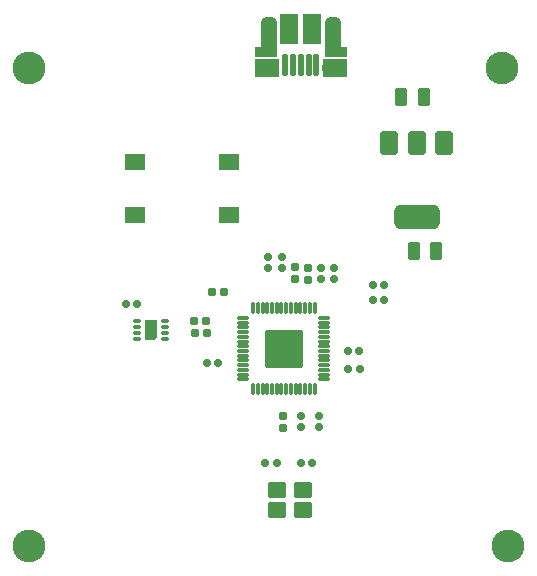
<source format=gts>
G04 #@! TF.GenerationSoftware,KiCad,Pcbnew,8.0.5*
G04 #@! TF.CreationDate,2024-09-17T16:22:35-07:00*
G04 #@! TF.ProjectId,RP2040_PCB,52503230-3430-45f5-9043-422e6b696361,rev?*
G04 #@! TF.SameCoordinates,Original*
G04 #@! TF.FileFunction,Soldermask,Top*
G04 #@! TF.FilePolarity,Negative*
%FSLAX46Y46*%
G04 Gerber Fmt 4.6, Leading zero omitted, Abs format (unit mm)*
G04 Created by KiCad (PCBNEW 8.0.5) date 2024-09-17 16:22:35*
%MOMM*%
%LPD*%
G01*
G04 APERTURE LIST*
G04 Aperture macros list*
%AMRoundRect*
0 Rectangle with rounded corners*
0 $1 Rounding radius*
0 $2 $3 $4 $5 $6 $7 $8 $9 X,Y pos of 4 corners*
0 Add a 4 corners polygon primitive as box body*
4,1,4,$2,$3,$4,$5,$6,$7,$8,$9,$2,$3,0*
0 Add four circle primitives for the rounded corners*
1,1,$1+$1,$2,$3*
1,1,$1+$1,$4,$5*
1,1,$1+$1,$6,$7*
1,1,$1+$1,$8,$9*
0 Add four rect primitives between the rounded corners*
20,1,$1+$1,$2,$3,$4,$5,0*
20,1,$1+$1,$4,$5,$6,$7,0*
20,1,$1+$1,$6,$7,$8,$9,0*
20,1,$1+$1,$8,$9,$2,$3,0*%
%AMFreePoly0*
4,1,14,0.526870,0.876870,0.538000,0.850000,0.538000,-0.850000,0.526870,-0.876870,0.500000,-0.888000,-0.500000,-0.888000,-0.526870,-0.876870,-0.538000,-0.850000,-0.538000,0.550000,-0.526870,0.576870,-0.226870,0.876870,-0.200000,0.888000,0.500000,0.888000,0.526870,0.876870,0.526870,0.876870,$1*%
G04 Aperture macros list end*
%ADD10C,2.776000*%
%ADD11RoundRect,0.154000X-0.204000X0.154000X-0.204000X-0.154000X0.204000X-0.154000X0.204000X0.154000X0*%
%ADD12RoundRect,0.269000X-0.269000X-0.494000X0.269000X-0.494000X0.269000X0.494000X-0.269000X0.494000X0*%
%ADD13RoundRect,0.159000X0.159000X0.189000X-0.159000X0.189000X-0.159000X-0.189000X0.159000X-0.189000X0*%
%ADD14RoundRect,0.159000X-0.159000X-0.189000X0.159000X-0.189000X0.159000X0.189000X-0.159000X0.189000X0*%
%ADD15RoundRect,0.038000X-0.775000X-0.650000X0.775000X-0.650000X0.775000X0.650000X-0.775000X0.650000X0*%
%ADD16RoundRect,0.159000X-0.189000X0.159000X-0.189000X-0.159000X0.189000X-0.159000X0.189000X0.159000X0*%
%ADD17RoundRect,0.159000X0.189000X-0.159000X0.189000X0.159000X-0.189000X0.159000X-0.189000X-0.159000X0*%
%ADD18RoundRect,0.154000X0.154000X0.204000X-0.154000X0.204000X-0.154000X-0.204000X0.154000X-0.204000X0*%
%ADD19RoundRect,0.394000X-0.394000X0.644000X-0.394000X-0.644000X0.394000X-0.644000X0.394000X0.644000X0*%
%ADD20RoundRect,0.519000X-1.419000X0.519000X-1.419000X-0.519000X1.419000X-0.519000X1.419000X0.519000X0*%
%ADD21RoundRect,0.038000X0.275000X0.125000X-0.275000X0.125000X-0.275000X-0.125000X0.275000X-0.125000X0*%
%ADD22RoundRect,0.038000X-0.275000X-0.125000X0.275000X-0.125000X0.275000X0.125000X-0.275000X0.125000X0*%
%ADD23FreePoly0,180.000000*%
%ADD24RoundRect,0.069000X-0.406500X-0.069000X0.406500X-0.069000X0.406500X0.069000X-0.406500X0.069000X0*%
%ADD25RoundRect,0.069000X-0.069000X-0.406500X0.069000X-0.406500X0.069000X0.406500X-0.069000X0.406500X0*%
%ADD26RoundRect,0.147420X-1.490580X-1.490580X1.490580X-1.490580X1.490580X1.490580X-1.490580X1.490580X0*%
%ADD27RoundRect,0.038000X-0.200000X0.875000X-0.200000X-0.875000X0.200000X-0.875000X0.200000X0.875000X0*%
%ADD28RoundRect,0.038000X0.912500X0.350000X-0.912500X0.350000X-0.912500X-0.350000X0.912500X-0.350000X0*%
%ADD29RoundRect,0.038000X1.000000X0.730000X-1.000000X0.730000X-1.000000X-0.730000X1.000000X-0.730000X0*%
%ADD30RoundRect,0.407296X0.280704X1.255704X-0.280704X1.255704X-0.280704X-1.255704X0.280704X-1.255704X0*%
%ADD31O,1.376000X1.876000*%
%ADD32O,1.126000X1.526000*%
%ADD33RoundRect,0.038000X-0.712500X1.250000X-0.712500X-1.250000X0.712500X-1.250000X0.712500X1.250000X0*%
%ADD34RoundRect,0.038000X-0.700000X-0.600000X0.700000X-0.600000X0.700000X0.600000X-0.700000X0.600000X0*%
G04 APERTURE END LIST*
D10*
G04 #@! TO.C,H2*
X171906066Y-81211781D03*
G04 #@! TD*
D11*
G04 #@! TO.C,R5*
X155500000Y-98151781D03*
X155500000Y-99171781D03*
G04 #@! TD*
D10*
G04 #@! TO.C,H4*
X131906066Y-121711781D03*
G04 #@! TD*
D12*
G04 #@! TO.C,C4*
X164456066Y-96711781D03*
X166356066Y-96711781D03*
G04 #@! TD*
D13*
G04 #@! TO.C,C15*
X147886066Y-106211781D03*
X146926066Y-106211781D03*
G04 #@! TD*
D14*
G04 #@! TO.C,C2*
X154926066Y-114711781D03*
X155886066Y-114711781D03*
G04 #@! TD*
D15*
G04 #@! TO.C,SW2*
X140886066Y-89211781D03*
X148836066Y-89211781D03*
X140886066Y-93711781D03*
X148836066Y-93711781D03*
G04 #@! TD*
D16*
G04 #@! TO.C,C13*
X154906066Y-110701781D03*
X154906066Y-111661781D03*
G04 #@! TD*
D14*
G04 #@! TO.C,C9*
X158900000Y-105250000D03*
X159860000Y-105250000D03*
G04 #@! TD*
G04 #@! TO.C,C10*
X161000000Y-100900000D03*
X161960000Y-100900000D03*
G04 #@! TD*
D16*
G04 #@! TO.C,C6*
X156406066Y-110721781D03*
X156406066Y-111681781D03*
G04 #@! TD*
D17*
G04 #@! TO.C,C16*
X157700000Y-99131781D03*
X157700000Y-98171781D03*
G04 #@! TD*
D11*
G04 #@! TO.C,R4*
X154400000Y-98130000D03*
X154400000Y-99150000D03*
G04 #@! TD*
D14*
G04 #@! TO.C,C11*
X158926066Y-106711781D03*
X159886066Y-106711781D03*
G04 #@! TD*
D12*
G04 #@! TO.C,C3*
X163406066Y-83711781D03*
X165306066Y-83711781D03*
G04 #@! TD*
D18*
G04 #@! TO.C,R6*
X146916066Y-102711781D03*
X145896066Y-102711781D03*
G04 #@! TD*
D13*
G04 #@! TO.C,C1*
X152866066Y-114711781D03*
X151906066Y-114711781D03*
G04 #@! TD*
D14*
G04 #@! TO.C,C14*
X160990000Y-99650000D03*
X161950000Y-99650000D03*
G04 #@! TD*
D17*
G04 #@! TO.C,C8*
X156600000Y-99140000D03*
X156600000Y-98180000D03*
G04 #@! TD*
D19*
G04 #@! TO.C,U1*
X167006066Y-87561781D03*
X164706066Y-87561781D03*
D20*
X164706066Y-93861781D03*
D19*
X162406066Y-87561781D03*
G04 #@! TD*
D17*
G04 #@! TO.C,C12*
X153300000Y-98200000D03*
X153300000Y-97240000D03*
G04 #@! TD*
D13*
G04 #@! TO.C,C5*
X141030000Y-101270000D03*
X140070000Y-101270000D03*
G04 #@! TD*
D17*
G04 #@! TO.C,C7*
X152150000Y-98171781D03*
X152150000Y-97211781D03*
G04 #@! TD*
D10*
G04 #@! TO.C,H1*
X131906066Y-81211781D03*
G04 #@! TD*
D21*
G04 #@! TO.C,U4*
X143406066Y-104211781D03*
X143406066Y-103711781D03*
X143406066Y-103211781D03*
D22*
X143406066Y-102711781D03*
D21*
X141056066Y-102711781D03*
X141056066Y-103211781D03*
X141056066Y-103711781D03*
X141056066Y-104211781D03*
D23*
X142231066Y-103461781D03*
G04 #@! TD*
D24*
G04 #@! TO.C,U3*
X150031066Y-102411781D03*
X150031066Y-102811781D03*
X150031066Y-103211781D03*
X150031066Y-103611781D03*
X150031066Y-104011781D03*
X150031066Y-104411781D03*
X150031066Y-104811781D03*
X150031066Y-105211781D03*
X150031066Y-105611781D03*
X150031066Y-106011781D03*
X150031066Y-106411781D03*
X150031066Y-106811781D03*
X150031066Y-107211781D03*
X150031066Y-107611781D03*
D25*
X150868566Y-108449281D03*
X151268566Y-108449281D03*
X151668566Y-108449281D03*
X152068566Y-108449281D03*
X152468566Y-108449281D03*
X152868566Y-108449281D03*
X153268566Y-108449281D03*
X153668566Y-108449281D03*
X154068566Y-108449281D03*
X154468566Y-108449281D03*
X154868566Y-108449281D03*
X155268566Y-108449281D03*
X155668566Y-108449281D03*
X156068566Y-108449281D03*
D24*
X156906066Y-107611781D03*
X156906066Y-107211781D03*
X156906066Y-106811781D03*
X156906066Y-106411781D03*
X156906066Y-106011781D03*
X156906066Y-105611781D03*
X156906066Y-105211781D03*
X156906066Y-104811781D03*
X156906066Y-104411781D03*
X156906066Y-104011781D03*
X156906066Y-103611781D03*
X156906066Y-103211781D03*
X156906066Y-102811781D03*
X156906066Y-102411781D03*
D25*
X156068566Y-101574281D03*
X155668566Y-101574281D03*
X155268566Y-101574281D03*
X154868566Y-101574281D03*
X154468566Y-101574281D03*
X154068566Y-101574281D03*
X153668566Y-101574281D03*
X153268566Y-101574281D03*
X152868566Y-101574281D03*
X152468566Y-101574281D03*
X152068566Y-101574281D03*
X151668566Y-101574281D03*
X151268566Y-101574281D03*
X150868566Y-101574281D03*
D26*
X153468566Y-105011781D03*
G04 #@! TD*
D27*
G04 #@! TO.C,J2*
X156206066Y-81036781D03*
X155556066Y-81036781D03*
X154906066Y-81036781D03*
X154256066Y-81036781D03*
X153606066Y-81036781D03*
D28*
X157893566Y-79911781D03*
D29*
X157806066Y-81241781D03*
D30*
X157631066Y-78636781D03*
D31*
X157631066Y-78211781D03*
D32*
X157331066Y-81241781D03*
D33*
X155868566Y-77961781D03*
X153943566Y-77961781D03*
D32*
X152481066Y-81241781D03*
D30*
X152181066Y-78636781D03*
D31*
X152181066Y-78211781D03*
D29*
X152006066Y-81241781D03*
D28*
X151918566Y-79911781D03*
G04 #@! TD*
D34*
G04 #@! TO.C,Y1*
X152906066Y-118711781D03*
X155106066Y-118711781D03*
X155106066Y-117011781D03*
X152906066Y-117011781D03*
G04 #@! TD*
D10*
G04 #@! TO.C,H3*
X172406066Y-121711781D03*
G04 #@! TD*
D11*
G04 #@! TO.C,R3*
X153406066Y-110711781D03*
X153406066Y-111731781D03*
G04 #@! TD*
D18*
G04 #@! TO.C,R2*
X146936066Y-103711781D03*
X145916066Y-103711781D03*
G04 #@! TD*
G04 #@! TO.C,R1*
X148426066Y-100211781D03*
X147406066Y-100211781D03*
G04 #@! TD*
M02*

</source>
